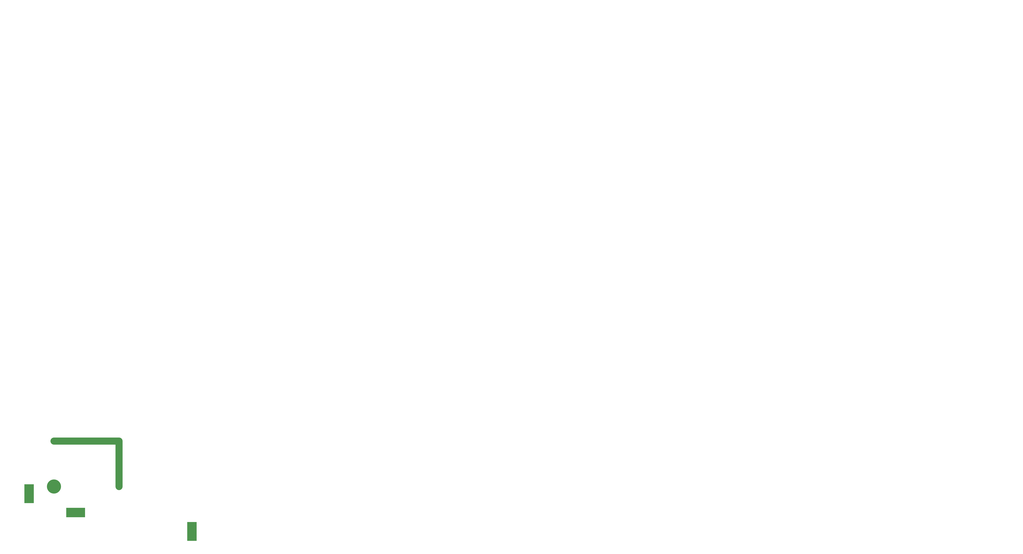
<source format=gbr>
G04 Ucamco copyright*
%TF.GenerationSoftware,Ucamco,UcamX,2016.04-160425*%
%TF.CreationDate,2016-04-25T00:00;00+01:00*%
%TF.Part,Other,Testfile*%
%FSLAX46Y46*%
%MOMM*%
G04 Define standard apertures*
%ADD10C,7.500000*%
%ADD11C,15*%
%ADD12R,20X10*%
%ADD13R,10X20*%
G04 Define block aperture 100, consisting of two draws and a round dot*
%ABD100*%
D10*
X65532000Y17605375D02*
Y65865375D01*
X-3556000D01*
D11*
X-3556000Y17605375D03*
%AB*%
G04 Define block aperture 102, consisting of 2x3 flashes of aperture 101 and 1 flash of D12*
%ABD102*%
G04 Define nested block aperture 101, consisting of 2x2 flashes of aperture 100*
%ABD101*%
D100*
X0Y0D03*
X0Y70000000D03*
X100000000Y0D03*
X100000000Y70000000D03*
%AB*%
D101*
X0Y0D03*
X0Y160000000D03*
X0Y320000000D03*
X230000000Y0D03*
X230000000Y160000000D03*
X230000000Y320000000D03*
D12*
X19500000Y-10000000D03*
%AB*%
G04 Flash D13 twice outside of blocks*
D13*
X-30000000Y10000000D03*
X143000000Y-30000000D03*
G04 Flash block 102 3x2 times*
D102*
X0Y0D03*
X0Y520000000D03*
X500000000Y0D03*
X500000000Y520000000D03*
X1000000000Y0D03*
X1000000000Y520000000D03*
M02*
</source>
